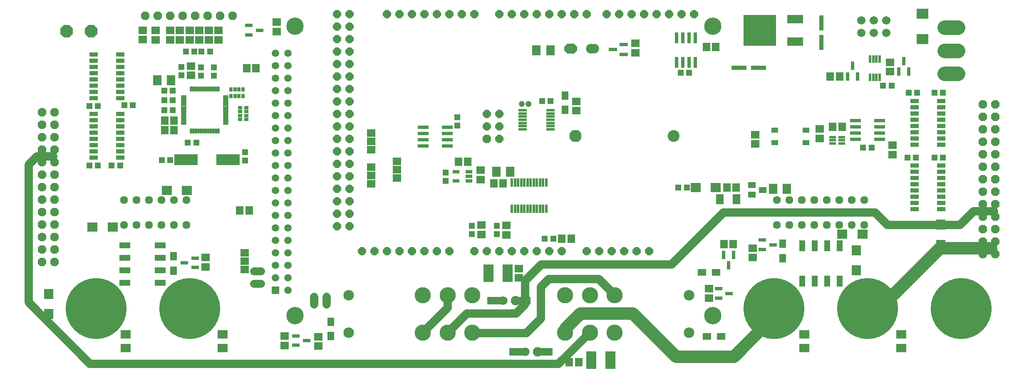
<source format=gts>
G75*
G70*
%OFA0B0*%
%FSLAX24Y24*%
%IPPOS*%
%LPD*%
%AMOC8*
5,1,8,0,0,1.08239X$1,22.5*
%
%ADD10C,0.1000*%
%ADD11C,0.0660*%
%ADD12R,0.0867X0.0474*%
%ADD13R,0.0552X0.0671*%
%ADD14R,0.0474X0.0867*%
%ADD15R,0.0671X0.0552*%
%ADD16R,0.0300X0.0680*%
%ADD17R,0.0789X0.0710*%
%ADD18R,0.0220X0.0710*%
%ADD19R,0.0592X0.0671*%
%ADD20R,0.0710X0.0789*%
%ADD21R,0.0671X0.0592*%
%ADD22R,0.0600X0.0300*%
%ADD23R,0.0946X0.0789*%
%ADD24R,0.2641X0.2483*%
%ADD25R,0.1261X0.0710*%
%ADD26R,0.1210X0.0380*%
%ADD27R,0.0513X0.0474*%
%ADD28C,0.0477*%
%ADD29R,0.0860X0.0300*%
%ADD30R,0.0474X0.0513*%
%ADD31R,0.0660X0.0220*%
%ADD32R,0.1852X0.0867*%
%ADD33R,0.0680X0.0300*%
%ADD34C,0.0780*%
%ADD35OC8,0.0780*%
%ADD36C,0.0674*%
%ADD37R,0.0540X0.0220*%
%ADD38OC8,0.0710*%
%ADD39C,0.0710*%
%ADD40R,0.1497X0.0631*%
%ADD41R,0.0828X0.1419*%
%ADD42R,0.0380X0.1210*%
%ADD43C,0.0640*%
%ADD44C,0.0946*%
%ADD45OC8,0.0946*%
%ADD46OC8,0.0634*%
%ADD47OC8,0.0680*%
%ADD48R,0.0690X0.0320*%
%ADD49R,0.0749X0.0789*%
%ADD50R,0.0789X0.0749*%
%ADD51C,0.1299*%
%ADD52C,0.0848*%
%ADD53C,0.4885*%
%ADD54C,0.1172*%
%ADD55OC8,0.0674*%
%ADD56R,0.0580X0.0430*%
%ADD57C,0.0595*%
%ADD58R,0.0595X0.0595*%
%ADD59C,0.1386*%
%ADD60C,0.0674*%
%ADD61OC8,0.0996*%
%ADD62R,0.0631X0.0474*%
%ADD63R,0.0710X0.0790*%
%ADD64R,0.0580X0.0300*%
%ADD65R,0.0631X0.0789*%
%ADD66C,0.0634*%
%ADD67C,0.0103*%
%ADD68R,0.0336X0.0277*%
%ADD69R,0.0277X0.0336*%
%ADD70R,0.0220X0.0600*%
%ADD71R,0.0300X0.0860*%
D10*
X053539Y008739D02*
X053539Y009064D01*
X054714Y010239D01*
X058939Y010239D01*
X062389Y006789D01*
X067014Y006789D01*
X069964Y009739D01*
X079664Y011614D02*
X083539Y015489D01*
X087614Y015489D01*
D11*
X015439Y006214D02*
X010514Y011139D01*
X010514Y022189D01*
X011189Y022864D01*
X012489Y022864D01*
X042089Y008714D02*
X044089Y010714D01*
X044089Y011664D01*
X045639Y010264D02*
X044089Y008714D01*
X046089Y008739D02*
X046139Y008689D01*
X050389Y008689D01*
X051564Y009864D01*
X051564Y012389D01*
X052189Y013014D01*
X056189Y013014D01*
X057389Y011814D01*
X057389Y011739D01*
X062014Y014189D02*
X051589Y014189D01*
X050289Y012889D01*
X050289Y010989D01*
X049564Y010264D01*
X045639Y010264D01*
X052964Y006214D02*
X015439Y006214D01*
X052964Y006214D02*
X055414Y008664D01*
X062014Y014189D02*
X066189Y018364D01*
X078314Y018364D01*
X079314Y017364D01*
X085114Y017364D01*
X086214Y018464D01*
X087864Y018464D01*
D12*
X021057Y015714D03*
X021057Y014714D03*
X021057Y013714D03*
X021057Y012714D03*
X018222Y012714D03*
X018222Y013714D03*
X018222Y014714D03*
X018222Y015714D03*
D13*
X022114Y014835D03*
X022114Y013693D03*
X034739Y009585D03*
X034739Y008443D03*
X070928Y014695D03*
X070928Y015836D03*
X053489Y026568D03*
X053489Y027710D03*
D14*
X072489Y015681D03*
X073489Y015681D03*
X074489Y015681D03*
X075489Y015681D03*
X075489Y012847D03*
X074489Y012847D03*
X073489Y012847D03*
X072489Y012847D03*
D15*
X065610Y013564D03*
X064469Y013564D03*
X064869Y008414D03*
X066010Y008414D03*
D16*
X066589Y014114D03*
X066189Y014964D03*
X066989Y014964D03*
X076139Y029264D03*
X076939Y029264D03*
X076539Y030114D03*
X080214Y029639D03*
X081014Y029639D03*
X080614Y030489D03*
D17*
X080443Y008590D03*
X080443Y007488D03*
X072664Y007488D03*
X072664Y008590D03*
X026065Y008590D03*
X026065Y007488D03*
X018289Y007488D03*
X018289Y008590D03*
D18*
X049234Y018639D03*
X049494Y018639D03*
X049734Y018639D03*
X049994Y018639D03*
X050234Y018639D03*
X050494Y018639D03*
X050734Y018639D03*
X050994Y018639D03*
X051234Y018639D03*
X051494Y018639D03*
X051734Y018639D03*
X051994Y018639D03*
X051994Y020739D03*
X051734Y020739D03*
X051494Y020739D03*
X051234Y020739D03*
X050994Y020739D03*
X050734Y020739D03*
X050494Y020739D03*
X050234Y020739D03*
X049994Y020739D03*
X049734Y020739D03*
X049494Y020739D03*
X049234Y020739D03*
D19*
X048538Y020689D03*
X047790Y020689D03*
X045713Y022414D03*
X044965Y022414D03*
X053240Y016239D03*
X053988Y016239D03*
X066215Y015824D03*
X066963Y015824D03*
X067213Y020339D03*
X066465Y020339D03*
X074940Y025214D03*
X075688Y025214D03*
X075488Y029264D03*
X074740Y029264D03*
X065563Y031614D03*
X064815Y031614D03*
X028738Y029914D03*
X027990Y029914D03*
X022163Y025714D03*
X021415Y025714D03*
X021415Y024939D03*
X022163Y024939D03*
X027440Y018514D03*
X028188Y018514D03*
X053840Y006339D03*
X054588Y006339D03*
D20*
X049091Y021614D03*
X047988Y021614D03*
X051213Y031339D03*
X052316Y031339D03*
X021941Y028939D03*
X020838Y028939D03*
D21*
X023539Y029340D03*
X023539Y030088D03*
X023414Y032190D03*
X023414Y032938D03*
X022639Y032938D03*
X022639Y032190D03*
X021864Y032190D03*
X021864Y032938D03*
X020689Y032938D03*
X020689Y032190D03*
X019664Y032215D03*
X019664Y032963D03*
X024189Y032938D03*
X024189Y032190D03*
X024964Y032190D03*
X024964Y032938D03*
X025739Y032938D03*
X025739Y032190D03*
X030389Y032865D03*
X030389Y033613D03*
X037964Y024708D03*
X037964Y024039D03*
X037964Y023370D03*
X040039Y022458D03*
X040039Y021789D03*
X040039Y021120D03*
X037964Y021314D03*
X037964Y020645D03*
X037964Y021983D03*
X046739Y021738D03*
X046739Y020990D03*
X046789Y017338D03*
X046789Y016590D03*
X048789Y016565D03*
X048789Y017313D03*
X049789Y013863D03*
X049789Y013115D03*
X065014Y012238D03*
X065014Y011490D03*
X068539Y014740D03*
X068539Y015488D03*
X079714Y022990D03*
X079714Y023738D03*
X073889Y024290D03*
X073889Y025038D03*
X068714Y024588D03*
X068714Y023840D03*
X079514Y029640D03*
X079514Y030388D03*
X059114Y031165D03*
X059114Y031913D03*
X054389Y027263D03*
X054389Y026515D03*
X027814Y015108D03*
X027814Y014439D03*
X027814Y013770D03*
X024689Y013990D03*
X024689Y014738D03*
X031014Y008438D03*
X031014Y007690D03*
X033739Y007640D03*
X033739Y008388D03*
D22*
X032794Y008089D03*
X031934Y008459D03*
X031934Y007719D03*
X023869Y013944D03*
X023869Y014684D03*
X023009Y014314D03*
X028159Y032594D03*
X029019Y032964D03*
X028159Y033334D03*
X069309Y016134D03*
X070169Y015764D03*
X069309Y015394D03*
X065784Y012234D03*
X066644Y011864D03*
X065784Y011494D03*
D23*
X082115Y032260D03*
X082115Y034268D03*
D24*
X069102Y032964D03*
D25*
X071929Y033862D03*
X071929Y032066D03*
D26*
X068994Y029964D03*
X067434Y029964D03*
D27*
X063424Y029539D03*
X062755Y029539D03*
X052324Y027289D03*
X051655Y027289D03*
X051880Y016239D03*
X052549Y016239D03*
X077380Y023539D03*
X078049Y023539D03*
X080930Y022739D03*
X081599Y022739D03*
X083105Y022764D03*
X083774Y022764D03*
X083774Y027964D03*
X083105Y027964D03*
X081699Y027964D03*
X081030Y027964D03*
X079649Y028514D03*
X078980Y028514D03*
X025049Y031264D03*
X024380Y031264D03*
X023799Y031264D03*
X023130Y031264D03*
X022074Y028114D03*
X021405Y028114D03*
X021405Y027339D03*
X022074Y027339D03*
X022074Y026564D03*
X021405Y026564D03*
X018874Y026964D03*
X018205Y026964D03*
X016074Y026889D03*
X015405Y026889D03*
X023280Y023939D03*
X023949Y023939D03*
X021874Y022539D03*
X021205Y022539D03*
X017849Y022114D03*
X017180Y022114D03*
X016074Y022114D03*
X015405Y022114D03*
D28*
X050014Y027064D03*
X050565Y027064D03*
D29*
X044059Y025189D03*
X044059Y024689D03*
X044059Y024189D03*
X044059Y023689D03*
X042119Y023689D03*
X042119Y024189D03*
X042119Y024689D03*
X042119Y025189D03*
X076769Y025214D03*
X076769Y025714D03*
X076769Y024714D03*
X076769Y024214D03*
X078709Y024214D03*
X078709Y024714D03*
X078709Y025214D03*
X078709Y025714D03*
D30*
X063249Y020339D03*
X062580Y020339D03*
X048014Y017274D03*
X048014Y016604D03*
X046014Y016629D03*
X046014Y017299D03*
X043914Y020879D03*
X043914Y021549D03*
X044864Y025329D03*
X044864Y025999D03*
X027864Y023199D03*
X027864Y022529D03*
X025364Y029329D03*
X024314Y029329D03*
X024314Y029999D03*
X025364Y029999D03*
X022764Y030024D03*
X022764Y029354D03*
D31*
X050104Y026559D03*
X050104Y026299D03*
X050104Y026049D03*
X050104Y025789D03*
X050104Y025529D03*
X050104Y025279D03*
X050104Y025019D03*
X052324Y025019D03*
X052324Y025279D03*
X052324Y025529D03*
X052324Y025789D03*
X052324Y026049D03*
X052324Y026299D03*
X052324Y026559D03*
D32*
X026488Y022589D03*
X023141Y022589D03*
D33*
X057339Y031414D03*
X058189Y031814D03*
X058189Y031014D03*
D34*
X055814Y031489D03*
X055564Y031489D03*
D35*
X054064Y031489D03*
X053814Y031489D03*
D36*
X034389Y011586D02*
X034389Y010992D01*
X033389Y010992D02*
X033389Y011586D01*
D37*
X074919Y023879D03*
X074919Y024139D03*
X074919Y024399D03*
X075659Y024399D03*
X075659Y024139D03*
X075659Y023879D03*
D38*
X049514Y011289D03*
X051289Y007189D03*
D39*
X050289Y007189D03*
X048514Y011289D03*
D40*
X047991Y011289D03*
X049999Y011289D03*
X049766Y007189D03*
X051774Y007189D03*
D41*
X055597Y006514D03*
X057132Y006514D03*
X048882Y013489D03*
X047347Y013489D03*
D42*
X074014Y031984D03*
X074014Y033544D03*
D43*
X029119Y013639D02*
X028559Y013639D01*
X028559Y012639D02*
X029119Y012639D01*
D44*
X062194Y024489D03*
D45*
X054324Y024489D03*
D46*
X048239Y024264D03*
X048239Y025264D03*
X047239Y025264D03*
X047239Y026264D03*
X048239Y026264D03*
X036239Y026264D03*
X035239Y026264D03*
X035239Y027264D03*
X036239Y027264D03*
X036239Y028264D03*
X035239Y028264D03*
X035239Y029264D03*
X036239Y029264D03*
X036239Y030264D03*
X035239Y030264D03*
X035239Y031264D03*
X036239Y031264D03*
X036239Y032264D03*
X035239Y032264D03*
X035239Y033264D03*
X036239Y033264D03*
X036239Y034264D03*
X035239Y034264D03*
X039239Y034264D03*
X040239Y034264D03*
X041239Y034264D03*
X042239Y034264D03*
X043239Y034264D03*
X044239Y034264D03*
X045239Y034264D03*
X046239Y034264D03*
X048239Y034264D03*
X049239Y034264D03*
X050239Y034264D03*
X051239Y034264D03*
X052239Y034264D03*
X053239Y034264D03*
X054239Y034264D03*
X055239Y034264D03*
X056839Y034264D03*
X057839Y034264D03*
X058839Y034264D03*
X059839Y034264D03*
X060839Y034264D03*
X061839Y034264D03*
X062839Y034264D03*
X063839Y034264D03*
X036239Y025264D03*
X035239Y025264D03*
X035239Y024264D03*
X036239Y024264D03*
X036239Y023264D03*
X035239Y023264D03*
X035239Y022264D03*
X036239Y022264D03*
X036239Y021264D03*
X035239Y021264D03*
X035239Y020264D03*
X036239Y020264D03*
X036239Y019264D03*
X035239Y019264D03*
X035239Y018264D03*
X036239Y018264D03*
X036239Y017264D03*
X035239Y017264D03*
X037239Y015264D03*
X038239Y015264D03*
X039239Y015264D03*
X040239Y015264D03*
X041239Y015264D03*
X042239Y015264D03*
X043239Y015264D03*
X044239Y015264D03*
X046239Y015264D03*
X047239Y015264D03*
X048239Y015264D03*
X049239Y015264D03*
X050239Y015264D03*
X051239Y015264D03*
X052239Y015264D03*
X053239Y015264D03*
X055239Y015264D03*
X056239Y015264D03*
X057239Y015264D03*
X058239Y015264D03*
X059239Y015264D03*
X060239Y015264D03*
D47*
X047239Y024264D03*
D48*
X017849Y024264D03*
X017849Y024764D03*
X017849Y025264D03*
X017849Y025764D03*
X017849Y026264D03*
X015729Y026264D03*
X015729Y025764D03*
X015729Y025264D03*
X015729Y024764D03*
X015729Y024264D03*
X015729Y023764D03*
X015729Y023264D03*
X015729Y022764D03*
X017849Y022764D03*
X017849Y023264D03*
X017849Y023764D03*
X017849Y027514D03*
X017849Y028014D03*
X017849Y028514D03*
X017849Y029014D03*
X017849Y029514D03*
X017849Y030014D03*
X017849Y030514D03*
X017849Y031014D03*
X015729Y031014D03*
X015729Y030514D03*
X015729Y030014D03*
X015729Y029514D03*
X015729Y029014D03*
X015729Y028514D03*
X015729Y028014D03*
X015729Y027514D03*
X081504Y027289D03*
X081504Y026789D03*
X081504Y026289D03*
X081504Y025789D03*
X081504Y025289D03*
X081504Y024789D03*
X081504Y024289D03*
X081504Y023789D03*
X083624Y023789D03*
X083624Y024289D03*
X083624Y024789D03*
X083624Y025289D03*
X083624Y025789D03*
X083624Y026289D03*
X083624Y026789D03*
X083624Y027289D03*
X083624Y022114D03*
X083624Y021614D03*
X083624Y021114D03*
X083624Y020614D03*
X083624Y020114D03*
X083624Y019614D03*
X083624Y019114D03*
X083624Y018614D03*
X081504Y018614D03*
X081504Y019114D03*
X081504Y019614D03*
X081504Y020114D03*
X081504Y020614D03*
X081504Y021114D03*
X081504Y021614D03*
X081504Y022114D03*
D49*
X083589Y017371D03*
X083589Y015757D03*
X076814Y015321D03*
X076814Y013707D03*
X012114Y011814D03*
X012114Y010200D03*
D50*
X015632Y017189D03*
X017247Y017189D03*
X021582Y020114D03*
X023197Y020114D03*
X063957Y020339D03*
X065572Y020339D03*
X075707Y016614D03*
X077322Y016614D03*
D51*
X057472Y011702D03*
X055488Y011702D03*
X053504Y011702D03*
X053504Y008726D03*
X055488Y008726D03*
X057472Y008726D03*
X046075Y008726D03*
X044091Y008726D03*
X042107Y008726D03*
X042107Y011702D03*
X044091Y011702D03*
X046075Y011702D03*
D52*
X036154Y011702D03*
X036154Y008726D03*
X063425Y008726D03*
X063425Y011702D03*
D53*
X070244Y010657D03*
X077744Y010657D03*
X085244Y010657D03*
X023414Y010657D03*
X015914Y010657D03*
D54*
X083885Y029476D02*
X084950Y029476D01*
X084950Y031326D02*
X083885Y031326D01*
X083885Y033176D02*
X084950Y033176D01*
D55*
X086961Y027019D03*
X087961Y027019D03*
X087961Y026019D03*
X086961Y026019D03*
X086961Y025019D03*
X087961Y025019D03*
X087961Y024019D03*
X086961Y024019D03*
X086961Y023019D03*
X087961Y023019D03*
X087961Y022019D03*
X086961Y022019D03*
X086961Y021019D03*
X087961Y021019D03*
X087961Y020019D03*
X086961Y020019D03*
X086961Y019019D03*
X087961Y019019D03*
X087961Y018019D03*
X086961Y018019D03*
X086961Y017019D03*
X087961Y017019D03*
X087961Y016019D03*
X086961Y016019D03*
X086961Y015019D03*
X087961Y015019D03*
X026864Y034114D03*
X025864Y034114D03*
X024864Y034114D03*
X023864Y034114D03*
X022864Y034114D03*
X021864Y034114D03*
X020864Y034114D03*
X019864Y034114D03*
X012583Y026374D03*
X011583Y026374D03*
X011583Y025374D03*
X012583Y025374D03*
X012583Y024374D03*
X011583Y024374D03*
X011583Y023374D03*
X012583Y023374D03*
X012583Y022374D03*
X011583Y022374D03*
X011583Y021374D03*
X012583Y021374D03*
X012583Y020374D03*
X011583Y020374D03*
X011583Y019374D03*
X012583Y019374D03*
X012583Y018374D03*
X011583Y018374D03*
X011583Y017374D03*
X012583Y017374D03*
X012583Y016374D03*
X011583Y016374D03*
X011583Y015374D03*
X012583Y015374D03*
X012583Y014374D03*
X011583Y014374D03*
D56*
X070289Y023964D03*
X070289Y024964D03*
X072789Y024964D03*
X072789Y023964D03*
D57*
X031284Y024130D03*
X030284Y024130D03*
X030284Y023130D03*
X031284Y023130D03*
X031284Y022130D03*
X030284Y022130D03*
X030284Y021130D03*
X031284Y021130D03*
X031284Y020130D03*
X030284Y020130D03*
X030284Y019130D03*
X031284Y019130D03*
X031284Y018130D03*
X030284Y018130D03*
X030284Y017130D03*
X031284Y017130D03*
X031284Y016130D03*
X030284Y016130D03*
X030284Y015130D03*
X031284Y015130D03*
X031284Y014130D03*
X030284Y014130D03*
X030284Y013130D03*
X031284Y013130D03*
X031284Y012130D03*
X031284Y025130D03*
X030284Y025130D03*
X030284Y026130D03*
X031284Y026130D03*
X031284Y027130D03*
X030284Y027130D03*
X030284Y028130D03*
X031284Y028130D03*
X031284Y029130D03*
X030284Y029130D03*
X030284Y030130D03*
X031284Y030130D03*
X031284Y031130D03*
X030284Y031130D03*
D58*
X030284Y012130D03*
D59*
X031859Y010067D03*
X065323Y010067D03*
X065323Y033295D03*
X031859Y033295D03*
D60*
X077239Y033739D03*
X078239Y033739D03*
X079239Y033739D03*
X079239Y032739D03*
X078239Y032739D03*
X077239Y032739D03*
D61*
X015539Y032889D03*
X013571Y032889D03*
D62*
X068456Y020538D03*
X068456Y019790D03*
X069323Y020164D03*
D63*
X070155Y020239D03*
X071274Y020239D03*
D64*
X045799Y020869D03*
X045799Y021239D03*
X045799Y021609D03*
X044779Y021609D03*
X044779Y020869D03*
D65*
X065895Y019414D03*
X067234Y019414D03*
D66*
X070464Y019364D03*
X071464Y019364D03*
X072464Y019364D03*
X073464Y019364D03*
X074464Y019364D03*
X075464Y019364D03*
X076464Y019364D03*
X077464Y019364D03*
X077464Y017364D03*
X076464Y017364D03*
X075464Y017364D03*
X074464Y017364D03*
X073464Y017364D03*
X072464Y017364D03*
X071464Y017364D03*
X070464Y017364D03*
X023164Y017364D03*
X022164Y017364D03*
X021164Y017364D03*
X020164Y017364D03*
X019164Y017364D03*
X018164Y017364D03*
X018164Y019364D03*
X019164Y019364D03*
X020164Y019364D03*
X021164Y019364D03*
X022164Y019364D03*
X023164Y019364D03*
D67*
X023480Y024750D02*
X023480Y025062D01*
X023584Y025062D01*
X023584Y024750D01*
X023480Y024750D01*
X023480Y024852D02*
X023584Y024852D01*
X023584Y024954D02*
X023480Y024954D01*
X023480Y025056D02*
X023584Y025056D01*
X023677Y025062D02*
X023677Y024750D01*
X023677Y025062D02*
X023781Y025062D01*
X023781Y024750D01*
X023677Y024750D01*
X023677Y024852D02*
X023781Y024852D01*
X023781Y024954D02*
X023677Y024954D01*
X023677Y025056D02*
X023781Y025056D01*
X023873Y025062D02*
X023873Y024750D01*
X023873Y025062D02*
X023977Y025062D01*
X023977Y024750D01*
X023873Y024750D01*
X023873Y024852D02*
X023977Y024852D01*
X023977Y024954D02*
X023873Y024954D01*
X023873Y025056D02*
X023977Y025056D01*
X024070Y025062D02*
X024070Y024750D01*
X024070Y025062D02*
X024174Y025062D01*
X024174Y024750D01*
X024070Y024750D01*
X024070Y024852D02*
X024174Y024852D01*
X024174Y024954D02*
X024070Y024954D01*
X024070Y025056D02*
X024174Y025056D01*
X024267Y025062D02*
X024267Y024750D01*
X024267Y025062D02*
X024371Y025062D01*
X024371Y024750D01*
X024267Y024750D01*
X024267Y024852D02*
X024371Y024852D01*
X024371Y024954D02*
X024267Y024954D01*
X024267Y025056D02*
X024371Y025056D01*
X024464Y025062D02*
X024464Y024750D01*
X024464Y025062D02*
X024568Y025062D01*
X024568Y024750D01*
X024464Y024750D01*
X024464Y024852D02*
X024568Y024852D01*
X024568Y024954D02*
X024464Y024954D01*
X024464Y025056D02*
X024568Y025056D01*
X024661Y025062D02*
X024661Y024750D01*
X024661Y025062D02*
X024765Y025062D01*
X024765Y024750D01*
X024661Y024750D01*
X024661Y024852D02*
X024765Y024852D01*
X024765Y024954D02*
X024661Y024954D01*
X024661Y025056D02*
X024765Y025056D01*
X024858Y025062D02*
X024858Y024750D01*
X024858Y025062D02*
X024962Y025062D01*
X024962Y024750D01*
X024858Y024750D01*
X024858Y024852D02*
X024962Y024852D01*
X024962Y024954D02*
X024858Y024954D01*
X024858Y025056D02*
X024962Y025056D01*
X025055Y025062D02*
X025055Y024750D01*
X025055Y025062D02*
X025159Y025062D01*
X025159Y024750D01*
X025055Y024750D01*
X025055Y024852D02*
X025159Y024852D01*
X025159Y024954D02*
X025055Y024954D01*
X025055Y025056D02*
X025159Y025056D01*
X025251Y025062D02*
X025251Y024750D01*
X025251Y025062D02*
X025355Y025062D01*
X025355Y024750D01*
X025251Y024750D01*
X025251Y024852D02*
X025355Y024852D01*
X025355Y024954D02*
X025251Y024954D01*
X025251Y025056D02*
X025355Y025056D01*
X025448Y025062D02*
X025448Y024750D01*
X025448Y025062D02*
X025552Y025062D01*
X025552Y024750D01*
X025448Y024750D01*
X025448Y024852D02*
X025552Y024852D01*
X025552Y024954D02*
X025448Y024954D01*
X025448Y025056D02*
X025552Y025056D01*
X025645Y025062D02*
X025645Y024750D01*
X025645Y025062D02*
X025749Y025062D01*
X025749Y024750D01*
X025645Y024750D01*
X025645Y024852D02*
X025749Y024852D01*
X025749Y024954D02*
X025645Y024954D01*
X025645Y025056D02*
X025749Y025056D01*
X026142Y025454D02*
X026454Y025454D01*
X026142Y025454D02*
X026142Y025558D01*
X026454Y025558D01*
X026454Y025454D01*
X026454Y025556D02*
X026142Y025556D01*
X026142Y025651D02*
X026454Y025651D01*
X026142Y025651D02*
X026142Y025755D01*
X026454Y025755D01*
X026454Y025651D01*
X026454Y025753D02*
X026142Y025753D01*
X026142Y025848D02*
X026454Y025848D01*
X026142Y025848D02*
X026142Y025952D01*
X026454Y025952D01*
X026454Y025848D01*
X026454Y025950D02*
X026142Y025950D01*
X026142Y026045D02*
X026454Y026045D01*
X026142Y026045D02*
X026142Y026149D01*
X026454Y026149D01*
X026454Y026045D01*
X026454Y026147D02*
X026142Y026147D01*
X026142Y026242D02*
X026454Y026242D01*
X026142Y026242D02*
X026142Y026346D01*
X026454Y026346D01*
X026454Y026242D01*
X026454Y026344D02*
X026142Y026344D01*
X026142Y026439D02*
X026454Y026439D01*
X026142Y026439D02*
X026142Y026543D01*
X026454Y026543D01*
X026454Y026439D01*
X026454Y026541D02*
X026142Y026541D01*
X026142Y026635D02*
X026454Y026635D01*
X026142Y026635D02*
X026142Y026739D01*
X026454Y026739D01*
X026454Y026635D01*
X026454Y026737D02*
X026142Y026737D01*
X026142Y026832D02*
X026454Y026832D01*
X026142Y026832D02*
X026142Y026936D01*
X026454Y026936D01*
X026454Y026832D01*
X026454Y026934D02*
X026142Y026934D01*
X026142Y027029D02*
X026454Y027029D01*
X026142Y027029D02*
X026142Y027133D01*
X026454Y027133D01*
X026454Y027029D01*
X026454Y027131D02*
X026142Y027131D01*
X026142Y027226D02*
X026454Y027226D01*
X026142Y027226D02*
X026142Y027330D01*
X026454Y027330D01*
X026454Y027226D01*
X026454Y027328D02*
X026142Y027328D01*
X026142Y027423D02*
X026454Y027423D01*
X026142Y027423D02*
X026142Y027527D01*
X026454Y027527D01*
X026454Y027423D01*
X026454Y027525D02*
X026142Y027525D01*
X026142Y027620D02*
X026454Y027620D01*
X026142Y027620D02*
X026142Y027724D01*
X026454Y027724D01*
X026454Y027620D01*
X026454Y027722D02*
X026142Y027722D01*
X025645Y028116D02*
X025645Y028428D01*
X025749Y028428D01*
X025749Y028116D01*
X025645Y028116D01*
X025645Y028218D02*
X025749Y028218D01*
X025749Y028320D02*
X025645Y028320D01*
X025645Y028422D02*
X025749Y028422D01*
X025448Y028428D02*
X025448Y028116D01*
X025448Y028428D02*
X025552Y028428D01*
X025552Y028116D01*
X025448Y028116D01*
X025448Y028218D02*
X025552Y028218D01*
X025552Y028320D02*
X025448Y028320D01*
X025448Y028422D02*
X025552Y028422D01*
X025251Y028428D02*
X025251Y028116D01*
X025251Y028428D02*
X025355Y028428D01*
X025355Y028116D01*
X025251Y028116D01*
X025251Y028218D02*
X025355Y028218D01*
X025355Y028320D02*
X025251Y028320D01*
X025251Y028422D02*
X025355Y028422D01*
X025055Y028428D02*
X025055Y028116D01*
X025055Y028428D02*
X025159Y028428D01*
X025159Y028116D01*
X025055Y028116D01*
X025055Y028218D02*
X025159Y028218D01*
X025159Y028320D02*
X025055Y028320D01*
X025055Y028422D02*
X025159Y028422D01*
X024858Y028428D02*
X024858Y028116D01*
X024858Y028428D02*
X024962Y028428D01*
X024962Y028116D01*
X024858Y028116D01*
X024858Y028218D02*
X024962Y028218D01*
X024962Y028320D02*
X024858Y028320D01*
X024858Y028422D02*
X024962Y028422D01*
X024661Y028428D02*
X024661Y028116D01*
X024661Y028428D02*
X024765Y028428D01*
X024765Y028116D01*
X024661Y028116D01*
X024661Y028218D02*
X024765Y028218D01*
X024765Y028320D02*
X024661Y028320D01*
X024661Y028422D02*
X024765Y028422D01*
X024464Y028428D02*
X024464Y028116D01*
X024464Y028428D02*
X024568Y028428D01*
X024568Y028116D01*
X024464Y028116D01*
X024464Y028218D02*
X024568Y028218D01*
X024568Y028320D02*
X024464Y028320D01*
X024464Y028422D02*
X024568Y028422D01*
X024267Y028428D02*
X024267Y028116D01*
X024267Y028428D02*
X024371Y028428D01*
X024371Y028116D01*
X024267Y028116D01*
X024267Y028218D02*
X024371Y028218D01*
X024371Y028320D02*
X024267Y028320D01*
X024267Y028422D02*
X024371Y028422D01*
X024070Y028428D02*
X024070Y028116D01*
X024070Y028428D02*
X024174Y028428D01*
X024174Y028116D01*
X024070Y028116D01*
X024070Y028218D02*
X024174Y028218D01*
X024174Y028320D02*
X024070Y028320D01*
X024070Y028422D02*
X024174Y028422D01*
X023873Y028428D02*
X023873Y028116D01*
X023873Y028428D02*
X023977Y028428D01*
X023977Y028116D01*
X023873Y028116D01*
X023873Y028218D02*
X023977Y028218D01*
X023977Y028320D02*
X023873Y028320D01*
X023873Y028422D02*
X023977Y028422D01*
X023677Y028428D02*
X023677Y028116D01*
X023677Y028428D02*
X023781Y028428D01*
X023781Y028116D01*
X023677Y028116D01*
X023677Y028218D02*
X023781Y028218D01*
X023781Y028320D02*
X023677Y028320D01*
X023677Y028422D02*
X023781Y028422D01*
X023480Y028428D02*
X023480Y028116D01*
X023480Y028428D02*
X023584Y028428D01*
X023584Y028116D01*
X023480Y028116D01*
X023480Y028218D02*
X023584Y028218D01*
X023584Y028320D02*
X023480Y028320D01*
X023480Y028422D02*
X023584Y028422D01*
X023087Y027620D02*
X022775Y027620D01*
X022775Y027724D01*
X023087Y027724D01*
X023087Y027620D01*
X023087Y027722D02*
X022775Y027722D01*
X022775Y027423D02*
X023087Y027423D01*
X022775Y027423D02*
X022775Y027527D01*
X023087Y027527D01*
X023087Y027423D01*
X023087Y027525D02*
X022775Y027525D01*
X022775Y027226D02*
X023087Y027226D01*
X022775Y027226D02*
X022775Y027330D01*
X023087Y027330D01*
X023087Y027226D01*
X023087Y027328D02*
X022775Y027328D01*
X022775Y027029D02*
X023087Y027029D01*
X022775Y027029D02*
X022775Y027133D01*
X023087Y027133D01*
X023087Y027029D01*
X023087Y027131D02*
X022775Y027131D01*
X022775Y026832D02*
X023087Y026832D01*
X022775Y026832D02*
X022775Y026936D01*
X023087Y026936D01*
X023087Y026832D01*
X023087Y026934D02*
X022775Y026934D01*
X022775Y026635D02*
X023087Y026635D01*
X022775Y026635D02*
X022775Y026739D01*
X023087Y026739D01*
X023087Y026635D01*
X023087Y026737D02*
X022775Y026737D01*
X022775Y026439D02*
X023087Y026439D01*
X022775Y026439D02*
X022775Y026543D01*
X023087Y026543D01*
X023087Y026439D01*
X023087Y026541D02*
X022775Y026541D01*
X022775Y026242D02*
X023087Y026242D01*
X022775Y026242D02*
X022775Y026346D01*
X023087Y026346D01*
X023087Y026242D01*
X023087Y026344D02*
X022775Y026344D01*
X022775Y026045D02*
X023087Y026045D01*
X022775Y026045D02*
X022775Y026149D01*
X023087Y026149D01*
X023087Y026045D01*
X023087Y026147D02*
X022775Y026147D01*
X022775Y025848D02*
X023087Y025848D01*
X022775Y025848D02*
X022775Y025952D01*
X023087Y025952D01*
X023087Y025848D01*
X023087Y025950D02*
X022775Y025950D01*
X022775Y025651D02*
X023087Y025651D01*
X022775Y025651D02*
X022775Y025755D01*
X023087Y025755D01*
X023087Y025651D01*
X023087Y025753D02*
X022775Y025753D01*
X022775Y025454D02*
X023087Y025454D01*
X022775Y025454D02*
X022775Y025558D01*
X023087Y025558D01*
X023087Y025454D01*
X023087Y025556D02*
X022775Y025556D01*
D68*
X027449Y025817D03*
X027449Y026131D03*
X027449Y026446D03*
X027449Y026761D03*
X027980Y026761D03*
X027980Y026446D03*
X027980Y026131D03*
X027980Y025817D03*
D69*
X027687Y027673D03*
X027372Y027673D03*
X027057Y027673D03*
X026742Y027673D03*
X026742Y028205D03*
X027057Y028205D03*
X027372Y028205D03*
X027687Y028205D03*
D70*
X077934Y029194D03*
X078184Y029194D03*
X078444Y029194D03*
X078694Y029194D03*
X078694Y030634D03*
X078444Y030634D03*
X078184Y030634D03*
X077934Y030634D03*
D71*
X063939Y030394D03*
X063439Y030394D03*
X062939Y030394D03*
X062439Y030394D03*
X062439Y032334D03*
X062939Y032334D03*
X063439Y032334D03*
X063939Y032334D03*
M02*

</source>
